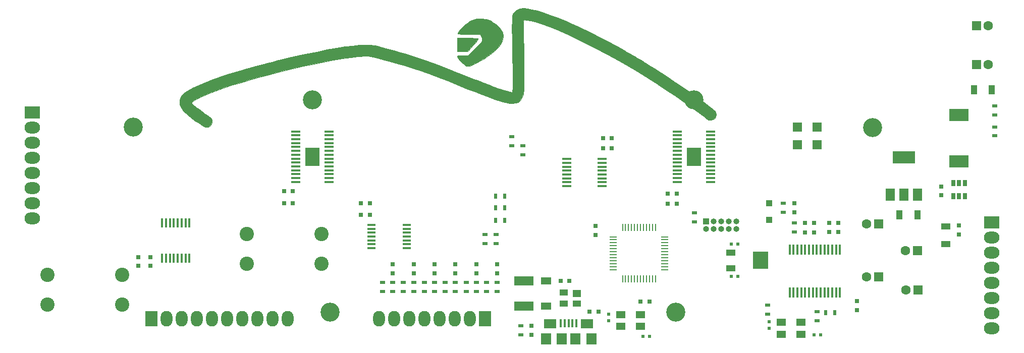
<source format=gbs>
G04 #@! TF.GenerationSoftware,KiCad,Pcbnew,(5.1.9)-1*
G04 #@! TF.CreationDate,2021-02-16T17:27:55-05:00*
G04 #@! TF.ProjectId,FSAE Main Panel,46534145-204d-4616-996e-2050616e656c,rev?*
G04 #@! TF.SameCoordinates,Original*
G04 #@! TF.FileFunction,Soldermask,Bot*
G04 #@! TF.FilePolarity,Negative*
%FSLAX46Y46*%
G04 Gerber Fmt 4.6, Leading zero omitted, Abs format (unit mm)*
G04 Created by KiCad (PCBNEW (5.1.9)-1) date 2021-02-16 17:27:55*
%MOMM*%
%LPD*%
G01*
G04 APERTURE LIST*
%ADD10C,0.010000*%
%ADD11R,1.800000X1.900000*%
%ADD12R,2.100000X1.600000*%
%ADD13R,0.400000X1.350000*%
%ADD14O,2.000000X2.600000*%
%ADD15R,2.000000X2.600000*%
%ADD16C,3.200000*%
%ADD17R,2.340000X3.040000*%
%ADD18R,1.600000X0.300000*%
%ADD19R,1.500000X1.500000*%
%ADD20R,0.600000X0.500000*%
%ADD21R,0.800000X0.750000*%
%ADD22R,0.750000X0.800000*%
%ADD23R,0.500000X0.600000*%
%ADD24C,1.600000*%
%ADD25R,1.600000X1.600000*%
%ADD26R,1.600000X1.000000*%
%ADD27R,1.000000X1.600000*%
%ADD28R,1.400000X1.000000*%
%ADD29R,1.400000X1.200000*%
%ADD30R,1.100000X1.100000*%
%ADD31R,3.200000X1.500000*%
%ADD32O,2.600000X2.000000*%
%ADD33R,2.600000X2.000000*%
%ADD34O,1.000000X1.000000*%
%ADD35R,1.000000X1.000000*%
%ADD36R,1.700000X1.250000*%
%ADD37R,0.900000X0.500000*%
%ADD38R,0.500000X0.900000*%
%ADD39C,2.400000*%
%ADD40R,0.250000X1.300000*%
%ADD41R,1.300000X0.250000*%
%ADD42R,1.450000X0.450000*%
%ADD43R,0.450000X1.500000*%
%ADD44R,3.800000X2.000000*%
%ADD45R,1.500000X2.000000*%
%ADD46R,0.450000X1.750000*%
%ADD47R,1.500000X0.450000*%
%ADD48R,2.540000X3.000000*%
%ADD49R,1.600000X1.300000*%
%ADD50R,3.200000X2.000000*%
%ADD51R,0.650000X1.060000*%
G04 APERTURE END LIST*
D10*
G36*
X179292143Y-70347142D02*
G01*
X180176607Y-70342163D01*
X181061071Y-70337183D01*
X181954837Y-69343253D01*
X182340085Y-68901520D01*
X182612691Y-68559423D01*
X182766168Y-68325661D01*
X182796791Y-68214304D01*
X182752534Y-68166309D01*
X182646469Y-68130851D01*
X182455514Y-68106178D01*
X182156586Y-68090538D01*
X181726603Y-68082177D01*
X181142482Y-68079344D01*
X181018561Y-68079285D01*
X179292143Y-68079285D01*
X179292143Y-70347142D01*
G37*
X179292143Y-70347142D02*
X180176607Y-70342163D01*
X181061071Y-70337183D01*
X181954837Y-69343253D01*
X182340085Y-68901520D01*
X182612691Y-68559423D01*
X182766168Y-68325661D01*
X182796791Y-68214304D01*
X182752534Y-68166309D01*
X182646469Y-68130851D01*
X182455514Y-68106178D01*
X182156586Y-68090538D01*
X181726603Y-68082177D01*
X181142482Y-68079344D01*
X181018561Y-68079285D01*
X179292143Y-68079285D01*
X179292143Y-70347142D01*
G36*
X182591293Y-64869593D02*
G01*
X181811527Y-65084423D01*
X181289184Y-65335973D01*
X180969513Y-65552952D01*
X180618022Y-65842527D01*
X180263297Y-66174599D01*
X179933928Y-66519069D01*
X179658504Y-66845836D01*
X179465613Y-67124802D01*
X179383844Y-67325867D01*
X179382857Y-67343046D01*
X179450615Y-67380956D01*
X179660437Y-67409499D01*
X180022141Y-67429210D01*
X180545547Y-67440627D01*
X181235916Y-67444285D01*
X183088975Y-67444285D01*
X183276987Y-67683305D01*
X183432600Y-68015750D01*
X183465000Y-68287830D01*
X183458360Y-68424927D01*
X183426780Y-68551924D01*
X183352766Y-68692050D01*
X183218825Y-68868534D01*
X183007465Y-69104604D01*
X182701192Y-69423489D01*
X182312874Y-69817740D01*
X181160749Y-70982142D01*
X180226446Y-70982142D01*
X179758892Y-70991311D01*
X179447058Y-71018073D01*
X179301726Y-71061313D01*
X179292143Y-71078820D01*
X179339873Y-71263665D01*
X179491929Y-71508876D01*
X179761605Y-71832789D01*
X180093649Y-72184107D01*
X180382221Y-72466553D01*
X180632179Y-72665051D01*
X180872434Y-72778940D01*
X181131901Y-72807561D01*
X181439492Y-72750254D01*
X181824121Y-72606359D01*
X182314701Y-72375217D01*
X182812533Y-72122064D01*
X183907506Y-71507923D01*
X184842792Y-70878243D01*
X185614538Y-70236943D01*
X186218892Y-69587941D01*
X186651999Y-68935156D01*
X186910007Y-68282505D01*
X186979937Y-67884223D01*
X186994025Y-67540642D01*
X186949777Y-67263319D01*
X186828642Y-66955916D01*
X186782718Y-66860106D01*
X186431695Y-66329145D01*
X185923064Y-65831190D01*
X185280255Y-65387336D01*
X184947807Y-65208058D01*
X184191599Y-64930286D01*
X183395373Y-64817839D01*
X182591293Y-64869593D01*
G37*
X182591293Y-64869593D02*
X181811527Y-65084423D01*
X181289184Y-65335973D01*
X180969513Y-65552952D01*
X180618022Y-65842527D01*
X180263297Y-66174599D01*
X179933928Y-66519069D01*
X179658504Y-66845836D01*
X179465613Y-67124802D01*
X179383844Y-67325867D01*
X179382857Y-67343046D01*
X179450615Y-67380956D01*
X179660437Y-67409499D01*
X180022141Y-67429210D01*
X180545547Y-67440627D01*
X181235916Y-67444285D01*
X183088975Y-67444285D01*
X183276987Y-67683305D01*
X183432600Y-68015750D01*
X183465000Y-68287830D01*
X183458360Y-68424927D01*
X183426780Y-68551924D01*
X183352766Y-68692050D01*
X183218825Y-68868534D01*
X183007465Y-69104604D01*
X182701192Y-69423489D01*
X182312874Y-69817740D01*
X181160749Y-70982142D01*
X180226446Y-70982142D01*
X179758892Y-70991311D01*
X179447058Y-71018073D01*
X179301726Y-71061313D01*
X179292143Y-71078820D01*
X179339873Y-71263665D01*
X179491929Y-71508876D01*
X179761605Y-71832789D01*
X180093649Y-72184107D01*
X180382221Y-72466553D01*
X180632179Y-72665051D01*
X180872434Y-72778940D01*
X181131901Y-72807561D01*
X181439492Y-72750254D01*
X181824121Y-72606359D01*
X182314701Y-72375217D01*
X182812533Y-72122064D01*
X183907506Y-71507923D01*
X184842792Y-70878243D01*
X185614538Y-70236943D01*
X186218892Y-69587941D01*
X186651999Y-68935156D01*
X186910007Y-68282505D01*
X186979937Y-67884223D01*
X186994025Y-67540642D01*
X186949777Y-67263319D01*
X186828642Y-66955916D01*
X186782718Y-66860106D01*
X186431695Y-66329145D01*
X185923064Y-65831190D01*
X185280255Y-65387336D01*
X184947807Y-65208058D01*
X184191599Y-64930286D01*
X183395373Y-64817839D01*
X182591293Y-64869593D01*
G36*
X189824449Y-63162361D02*
G01*
X189291580Y-63372920D01*
X188873710Y-63717153D01*
X188657133Y-64030626D01*
X188612222Y-64155934D01*
X188574964Y-64358073D01*
X188545259Y-64647080D01*
X188523011Y-65032996D01*
X188508122Y-65525859D01*
X188500495Y-66135707D01*
X188500033Y-66872580D01*
X188506638Y-67746516D01*
X188520213Y-68767553D01*
X188540660Y-69945732D01*
X188567882Y-71291090D01*
X188580889Y-71889285D01*
X188597239Y-72725139D01*
X188609070Y-73535292D01*
X188616306Y-74294692D01*
X188618870Y-74978289D01*
X188616685Y-75561031D01*
X188609676Y-76017867D01*
X188597765Y-76323745D01*
X188594578Y-76367120D01*
X188527021Y-77171027D01*
X188150475Y-77111942D01*
X187871649Y-77058611D01*
X187542435Y-76976376D01*
X187149062Y-76860320D01*
X186677760Y-76705525D01*
X186114759Y-76507074D01*
X185446289Y-76260049D01*
X184658580Y-75959532D01*
X183737862Y-75600606D01*
X182670364Y-75178354D01*
X182104285Y-74952734D01*
X180417604Y-74282306D01*
X178879131Y-73678039D01*
X177470740Y-73133643D01*
X176174306Y-72642829D01*
X174971700Y-72199308D01*
X173844799Y-71796789D01*
X172775474Y-71428983D01*
X171745600Y-71089601D01*
X170737051Y-70772353D01*
X169731699Y-70470950D01*
X168711420Y-70179102D01*
X167658086Y-69890519D01*
X167045714Y-69727650D01*
X166410675Y-69561029D01*
X165915534Y-69435120D01*
X165524763Y-69344363D01*
X165202830Y-69283201D01*
X164914206Y-69246075D01*
X164623361Y-69227427D01*
X164294763Y-69221698D01*
X163892884Y-69223330D01*
X163825357Y-69223857D01*
X162901336Y-69261375D01*
X161808360Y-69360769D01*
X160546198Y-69522076D01*
X159114621Y-69745334D01*
X157513399Y-70030579D01*
X155742300Y-70377849D01*
X153801096Y-70787183D01*
X152667500Y-71037294D01*
X151871737Y-71216577D01*
X151135739Y-71385342D01*
X150434108Y-71549975D01*
X149741449Y-71716863D01*
X149032364Y-71892393D01*
X148281457Y-72082951D01*
X147463333Y-72294924D01*
X146552593Y-72534699D01*
X145523842Y-72808662D01*
X144351683Y-73123200D01*
X144049643Y-73204510D01*
X142917450Y-73523282D01*
X141735755Y-73881337D01*
X140535716Y-74267716D01*
X139348492Y-74671460D01*
X138205242Y-75081608D01*
X137137123Y-75487202D01*
X136175296Y-75877282D01*
X135350917Y-76240889D01*
X135158967Y-76331647D01*
X134337738Y-76763500D01*
X133691047Y-77187225D01*
X133212570Y-77609019D01*
X132895983Y-78035081D01*
X132734961Y-78471610D01*
X132710357Y-78731567D01*
X132783085Y-79236655D01*
X133004722Y-79754439D01*
X133380445Y-80290958D01*
X133915430Y-80852248D01*
X134614857Y-81444344D01*
X135483902Y-82073283D01*
X135702158Y-82219705D01*
X136188930Y-82537885D01*
X136555391Y-82764989D01*
X136829028Y-82915164D01*
X137037326Y-83002559D01*
X137207774Y-83041322D01*
X137309637Y-83047142D01*
X137615395Y-83003841D01*
X137866173Y-82845847D01*
X137933406Y-82781978D01*
X138117512Y-82550658D01*
X138189837Y-82296725D01*
X138196554Y-82124299D01*
X138152990Y-81791242D01*
X138041835Y-81543399D01*
X138037804Y-81538326D01*
X137905948Y-81418348D01*
X137654469Y-81225132D01*
X137316662Y-80983071D01*
X136925820Y-80716563D01*
X136826485Y-80650791D01*
X136381055Y-80347076D01*
X135936614Y-80025787D01*
X135543207Y-79724186D01*
X135250876Y-79479538D01*
X135238985Y-79468714D01*
X134971384Y-79214455D01*
X134823128Y-79042769D01*
X134772872Y-78921671D01*
X134799273Y-78819178D01*
X134802143Y-78814106D01*
X134939122Y-78686320D01*
X135220963Y-78506162D01*
X135622884Y-78285590D01*
X136120106Y-78036560D01*
X136687847Y-77771028D01*
X137301329Y-77500952D01*
X137935771Y-77238288D01*
X138566392Y-76994994D01*
X138591331Y-76985781D01*
X139926347Y-76513631D01*
X141389889Y-76032525D01*
X142961202Y-75547389D01*
X144619534Y-75063150D01*
X146344130Y-74584733D01*
X148114235Y-74117065D01*
X149909095Y-73665073D01*
X151707957Y-73233683D01*
X153490066Y-72827821D01*
X155234668Y-72452414D01*
X156921008Y-72112388D01*
X158528334Y-71812669D01*
X160035890Y-71558185D01*
X161422923Y-71353861D01*
X162668678Y-71204623D01*
X163131498Y-71160700D01*
X163522316Y-71128594D01*
X163850812Y-71109774D01*
X164147312Y-71108383D01*
X164442140Y-71128565D01*
X164765622Y-71174464D01*
X165148085Y-71250223D01*
X165619852Y-71359985D01*
X166211250Y-71507895D01*
X166825976Y-71665504D01*
X168035648Y-71987699D01*
X169252532Y-72334605D01*
X170494194Y-72712334D01*
X171778205Y-73126999D01*
X173122133Y-73584710D01*
X174543547Y-74091580D01*
X176060015Y-74653722D01*
X177689105Y-75277246D01*
X179448387Y-75968265D01*
X181128955Y-76641389D01*
X182345764Y-77129940D01*
X183410054Y-77550966D01*
X184335800Y-77909026D01*
X185136976Y-78208682D01*
X185827557Y-78454493D01*
X186421516Y-78651020D01*
X186932828Y-78802823D01*
X187375467Y-78914463D01*
X187763408Y-78990500D01*
X188110625Y-79035494D01*
X188431092Y-79054006D01*
X188525235Y-79055078D01*
X189103072Y-79004705D01*
X189562836Y-78843212D01*
X189918066Y-78557183D01*
X190182300Y-78133204D01*
X190369077Y-77557858D01*
X190447064Y-77150714D01*
X190477467Y-76848560D01*
X190501448Y-76384866D01*
X190519013Y-75779408D01*
X190530165Y-75051960D01*
X190534910Y-74222298D01*
X190533251Y-73310197D01*
X190525193Y-72335432D01*
X190510741Y-71317778D01*
X190489899Y-70277010D01*
X190462672Y-69232903D01*
X190445127Y-68668928D01*
X190423719Y-67950048D01*
X190407840Y-67270356D01*
X190397774Y-66656367D01*
X190393807Y-66134596D01*
X190396223Y-65731559D01*
X190405306Y-65473769D01*
X190410254Y-65421697D01*
X190468179Y-64986609D01*
X190889982Y-65047304D01*
X191674962Y-65200267D01*
X192597646Y-65450546D01*
X193646231Y-65792671D01*
X194808916Y-66221172D01*
X196073900Y-66730581D01*
X197429383Y-67315427D01*
X198863562Y-67970241D01*
X200364637Y-68689554D01*
X201920806Y-69467895D01*
X203520268Y-70299795D01*
X205151222Y-71179784D01*
X206801867Y-72102394D01*
X208460401Y-73062153D01*
X209439427Y-73644565D01*
X211062683Y-74638177D01*
X212698346Y-75673671D01*
X214319291Y-76732627D01*
X215898393Y-77796624D01*
X217408527Y-78847242D01*
X218822568Y-79866061D01*
X220113391Y-80834660D01*
X220703214Y-81293657D01*
X221050334Y-81560380D01*
X221301796Y-81729700D01*
X221499146Y-81822920D01*
X221683931Y-81861343D01*
X221821442Y-81867037D01*
X222226936Y-81790829D01*
X222528543Y-81574191D01*
X222705570Y-81237923D01*
X222744285Y-80939440D01*
X222691579Y-80564353D01*
X222564722Y-80348614D01*
X222432530Y-80228905D01*
X222184416Y-80023374D01*
X221849726Y-79754885D01*
X221457809Y-79446302D01*
X221038012Y-79120489D01*
X220619683Y-78800312D01*
X220232171Y-78508633D01*
X219904823Y-78268318D01*
X219785752Y-78183578D01*
X219595193Y-78049249D01*
X219286858Y-77831142D01*
X218890852Y-77550585D01*
X218437279Y-77228909D01*
X217956244Y-76887441D01*
X217926109Y-76866039D01*
X216892885Y-76144915D01*
X215751069Y-75370323D01*
X214551367Y-74575629D01*
X213344489Y-73794200D01*
X212181139Y-73059403D01*
X211541071Y-72664528D01*
X211066566Y-72374314D01*
X210631861Y-72107614D01*
X210266170Y-71882417D01*
X209998704Y-71716707D01*
X209862857Y-71631193D01*
X209609132Y-71475716D01*
X209415465Y-71366068D01*
X209257182Y-71277414D01*
X208984134Y-71120788D01*
X208637863Y-70920335D01*
X208259908Y-70700199D01*
X207891811Y-70484523D01*
X207575112Y-70297451D01*
X207504285Y-70255266D01*
X207066478Y-70003019D01*
X206490775Y-69685296D01*
X205802800Y-69315222D01*
X205028177Y-68905918D01*
X204192530Y-68470508D01*
X203321482Y-68022116D01*
X202440657Y-67573865D01*
X201575679Y-67138877D01*
X200752171Y-66730276D01*
X199995758Y-66361185D01*
X199332062Y-66044727D01*
X198841071Y-65818410D01*
X197447561Y-65208980D01*
X196131048Y-64669033D01*
X194902613Y-64202175D01*
X193773337Y-63812015D01*
X192754302Y-63502160D01*
X191856587Y-63276218D01*
X191091276Y-63137797D01*
X190469447Y-63090505D01*
X190462657Y-63090505D01*
X189824449Y-63162361D01*
G37*
X189824449Y-63162361D02*
X189291580Y-63372920D01*
X188873710Y-63717153D01*
X188657133Y-64030626D01*
X188612222Y-64155934D01*
X188574964Y-64358073D01*
X188545259Y-64647080D01*
X188523011Y-65032996D01*
X188508122Y-65525859D01*
X188500495Y-66135707D01*
X188500033Y-66872580D01*
X188506638Y-67746516D01*
X188520213Y-68767553D01*
X188540660Y-69945732D01*
X188567882Y-71291090D01*
X188580889Y-71889285D01*
X188597239Y-72725139D01*
X188609070Y-73535292D01*
X188616306Y-74294692D01*
X188618870Y-74978289D01*
X188616685Y-75561031D01*
X188609676Y-76017867D01*
X188597765Y-76323745D01*
X188594578Y-76367120D01*
X188527021Y-77171027D01*
X188150475Y-77111942D01*
X187871649Y-77058611D01*
X187542435Y-76976376D01*
X187149062Y-76860320D01*
X186677760Y-76705525D01*
X186114759Y-76507074D01*
X185446289Y-76260049D01*
X184658580Y-75959532D01*
X183737862Y-75600606D01*
X182670364Y-75178354D01*
X182104285Y-74952734D01*
X180417604Y-74282306D01*
X178879131Y-73678039D01*
X177470740Y-73133643D01*
X176174306Y-72642829D01*
X174971700Y-72199308D01*
X173844799Y-71796789D01*
X172775474Y-71428983D01*
X171745600Y-71089601D01*
X170737051Y-70772353D01*
X169731699Y-70470950D01*
X168711420Y-70179102D01*
X167658086Y-69890519D01*
X167045714Y-69727650D01*
X166410675Y-69561029D01*
X165915534Y-69435120D01*
X165524763Y-69344363D01*
X165202830Y-69283201D01*
X164914206Y-69246075D01*
X164623361Y-69227427D01*
X164294763Y-69221698D01*
X163892884Y-69223330D01*
X163825357Y-69223857D01*
X162901336Y-69261375D01*
X161808360Y-69360769D01*
X160546198Y-69522076D01*
X159114621Y-69745334D01*
X157513399Y-70030579D01*
X155742300Y-70377849D01*
X153801096Y-70787183D01*
X152667500Y-71037294D01*
X151871737Y-71216577D01*
X151135739Y-71385342D01*
X150434108Y-71549975D01*
X149741449Y-71716863D01*
X149032364Y-71892393D01*
X148281457Y-72082951D01*
X147463333Y-72294924D01*
X146552593Y-72534699D01*
X145523842Y-72808662D01*
X144351683Y-73123200D01*
X144049643Y-73204510D01*
X142917450Y-73523282D01*
X141735755Y-73881337D01*
X140535716Y-74267716D01*
X139348492Y-74671460D01*
X138205242Y-75081608D01*
X137137123Y-75487202D01*
X136175296Y-75877282D01*
X135350917Y-76240889D01*
X135158967Y-76331647D01*
X134337738Y-76763500D01*
X133691047Y-77187225D01*
X133212570Y-77609019D01*
X132895983Y-78035081D01*
X132734961Y-78471610D01*
X132710357Y-78731567D01*
X132783085Y-79236655D01*
X133004722Y-79754439D01*
X133380445Y-80290958D01*
X133915430Y-80852248D01*
X134614857Y-81444344D01*
X135483902Y-82073283D01*
X135702158Y-82219705D01*
X136188930Y-82537885D01*
X136555391Y-82764989D01*
X136829028Y-82915164D01*
X137037326Y-83002559D01*
X137207774Y-83041322D01*
X137309637Y-83047142D01*
X137615395Y-83003841D01*
X137866173Y-82845847D01*
X137933406Y-82781978D01*
X138117512Y-82550658D01*
X138189837Y-82296725D01*
X138196554Y-82124299D01*
X138152990Y-81791242D01*
X138041835Y-81543399D01*
X138037804Y-81538326D01*
X137905948Y-81418348D01*
X137654469Y-81225132D01*
X137316662Y-80983071D01*
X136925820Y-80716563D01*
X136826485Y-80650791D01*
X136381055Y-80347076D01*
X135936614Y-80025787D01*
X135543207Y-79724186D01*
X135250876Y-79479538D01*
X135238985Y-79468714D01*
X134971384Y-79214455D01*
X134823128Y-79042769D01*
X134772872Y-78921671D01*
X134799273Y-78819178D01*
X134802143Y-78814106D01*
X134939122Y-78686320D01*
X135220963Y-78506162D01*
X135622884Y-78285590D01*
X136120106Y-78036560D01*
X136687847Y-77771028D01*
X137301329Y-77500952D01*
X137935771Y-77238288D01*
X138566392Y-76994994D01*
X138591331Y-76985781D01*
X139926347Y-76513631D01*
X141389889Y-76032525D01*
X142961202Y-75547389D01*
X144619534Y-75063150D01*
X146344130Y-74584733D01*
X148114235Y-74117065D01*
X149909095Y-73665073D01*
X151707957Y-73233683D01*
X153490066Y-72827821D01*
X155234668Y-72452414D01*
X156921008Y-72112388D01*
X158528334Y-71812669D01*
X160035890Y-71558185D01*
X161422923Y-71353861D01*
X162668678Y-71204623D01*
X163131498Y-71160700D01*
X163522316Y-71128594D01*
X163850812Y-71109774D01*
X164147312Y-71108383D01*
X164442140Y-71128565D01*
X164765622Y-71174464D01*
X165148085Y-71250223D01*
X165619852Y-71359985D01*
X166211250Y-71507895D01*
X166825976Y-71665504D01*
X168035648Y-71987699D01*
X169252532Y-72334605D01*
X170494194Y-72712334D01*
X171778205Y-73126999D01*
X173122133Y-73584710D01*
X174543547Y-74091580D01*
X176060015Y-74653722D01*
X177689105Y-75277246D01*
X179448387Y-75968265D01*
X181128955Y-76641389D01*
X182345764Y-77129940D01*
X183410054Y-77550966D01*
X184335800Y-77909026D01*
X185136976Y-78208682D01*
X185827557Y-78454493D01*
X186421516Y-78651020D01*
X186932828Y-78802823D01*
X187375467Y-78914463D01*
X187763408Y-78990500D01*
X188110625Y-79035494D01*
X188431092Y-79054006D01*
X188525235Y-79055078D01*
X189103072Y-79004705D01*
X189562836Y-78843212D01*
X189918066Y-78557183D01*
X190182300Y-78133204D01*
X190369077Y-77557858D01*
X190447064Y-77150714D01*
X190477467Y-76848560D01*
X190501448Y-76384866D01*
X190519013Y-75779408D01*
X190530165Y-75051960D01*
X190534910Y-74222298D01*
X190533251Y-73310197D01*
X190525193Y-72335432D01*
X190510741Y-71317778D01*
X190489899Y-70277010D01*
X190462672Y-69232903D01*
X190445127Y-68668928D01*
X190423719Y-67950048D01*
X190407840Y-67270356D01*
X190397774Y-66656367D01*
X190393807Y-66134596D01*
X190396223Y-65731559D01*
X190405306Y-65473769D01*
X190410254Y-65421697D01*
X190468179Y-64986609D01*
X190889982Y-65047304D01*
X191674962Y-65200267D01*
X192597646Y-65450546D01*
X193646231Y-65792671D01*
X194808916Y-66221172D01*
X196073900Y-66730581D01*
X197429383Y-67315427D01*
X198863562Y-67970241D01*
X200364637Y-68689554D01*
X201920806Y-69467895D01*
X203520268Y-70299795D01*
X205151222Y-71179784D01*
X206801867Y-72102394D01*
X208460401Y-73062153D01*
X209439427Y-73644565D01*
X211062683Y-74638177D01*
X212698346Y-75673671D01*
X214319291Y-76732627D01*
X215898393Y-77796624D01*
X217408527Y-78847242D01*
X218822568Y-79866061D01*
X220113391Y-80834660D01*
X220703214Y-81293657D01*
X221050334Y-81560380D01*
X221301796Y-81729700D01*
X221499146Y-81822920D01*
X221683931Y-81861343D01*
X221821442Y-81867037D01*
X222226936Y-81790829D01*
X222528543Y-81574191D01*
X222705570Y-81237923D01*
X222744285Y-80939440D01*
X222691579Y-80564353D01*
X222564722Y-80348614D01*
X222432530Y-80228905D01*
X222184416Y-80023374D01*
X221849726Y-79754885D01*
X221457809Y-79446302D01*
X221038012Y-79120489D01*
X220619683Y-78800312D01*
X220232171Y-78508633D01*
X219904823Y-78268318D01*
X219785752Y-78183578D01*
X219595193Y-78049249D01*
X219286858Y-77831142D01*
X218890852Y-77550585D01*
X218437279Y-77228909D01*
X217956244Y-76887441D01*
X217926109Y-76866039D01*
X216892885Y-76144915D01*
X215751069Y-75370323D01*
X214551367Y-74575629D01*
X213344489Y-73794200D01*
X212181139Y-73059403D01*
X211541071Y-72664528D01*
X211066566Y-72374314D01*
X210631861Y-72107614D01*
X210266170Y-71882417D01*
X209998704Y-71716707D01*
X209862857Y-71631193D01*
X209609132Y-71475716D01*
X209415465Y-71366068D01*
X209257182Y-71277414D01*
X208984134Y-71120788D01*
X208637863Y-70920335D01*
X208259908Y-70700199D01*
X207891811Y-70484523D01*
X207575112Y-70297451D01*
X207504285Y-70255266D01*
X207066478Y-70003019D01*
X206490775Y-69685296D01*
X205802800Y-69315222D01*
X205028177Y-68905918D01*
X204192530Y-68470508D01*
X203321482Y-68022116D01*
X202440657Y-67573865D01*
X201575679Y-67138877D01*
X200752171Y-66730276D01*
X199995758Y-66361185D01*
X199332062Y-66044727D01*
X198841071Y-65818410D01*
X197447561Y-65208980D01*
X196131048Y-64669033D01*
X194902613Y-64202175D01*
X193773337Y-63812015D01*
X192754302Y-63502160D01*
X191856587Y-63276218D01*
X191091276Y-63137797D01*
X190469447Y-63090505D01*
X190462657Y-63090505D01*
X189824449Y-63162361D01*
D11*
X196850000Y-118600000D03*
X194200000Y-118600000D03*
X199150000Y-118600000D03*
X201800000Y-118600000D03*
D12*
X201100000Y-116050000D03*
X194900000Y-116050000D03*
D13*
X196700000Y-115925000D03*
X197350000Y-115925000D03*
X198000000Y-115925000D03*
X198650000Y-115925000D03*
X199300000Y-115925000D03*
D14*
X166220000Y-115200000D03*
X168760000Y-115200000D03*
X171300000Y-115200000D03*
X173840000Y-115200000D03*
X176380000Y-115200000D03*
X178920000Y-115200000D03*
X181460000Y-115200000D03*
D15*
X184000000Y-115200000D03*
D16*
X158000000Y-114100000D03*
X216000000Y-114100000D03*
X249000000Y-83100000D03*
X125000000Y-83000000D03*
X219000000Y-78500000D03*
X155000000Y-78500000D03*
D17*
X219000000Y-88000000D03*
D18*
X221800000Y-92225000D03*
X221800000Y-91575000D03*
X221800000Y-90925000D03*
X221800000Y-90275000D03*
X221800000Y-89625000D03*
X221800000Y-88975000D03*
X221800000Y-88325000D03*
X221800000Y-87675000D03*
X221800000Y-87025000D03*
X221800000Y-86375000D03*
X221800000Y-85725000D03*
X221800000Y-85075000D03*
X221800000Y-84425000D03*
X221800000Y-83775000D03*
X216200000Y-83775000D03*
X216200000Y-84425000D03*
X216200000Y-85075000D03*
X216200000Y-85725000D03*
X216200000Y-86375000D03*
X216200000Y-87025000D03*
X216200000Y-87675000D03*
X216200000Y-88325000D03*
X216200000Y-88975000D03*
X216200000Y-89625000D03*
X216200000Y-90275000D03*
X216200000Y-90925000D03*
X216200000Y-91575000D03*
X216200000Y-92225000D03*
D19*
X236350000Y-83000000D03*
X239650000Y-83000000D03*
X236350000Y-86000000D03*
X239650000Y-86000000D03*
D20*
X226350000Y-108100000D03*
X225250000Y-108100000D03*
X225250000Y-102700000D03*
X226350000Y-102700000D03*
D21*
X211550000Y-112300000D03*
X210050000Y-112300000D03*
D22*
X202500000Y-99650000D03*
X202500000Y-101150000D03*
D23*
X204700000Y-115550000D03*
X204700000Y-114450000D03*
D20*
X210450000Y-118200000D03*
X211550000Y-118200000D03*
D21*
X201510000Y-114030000D03*
X203010000Y-114030000D03*
X196650000Y-108870000D03*
X198150000Y-108870000D03*
D22*
X186000000Y-107550000D03*
X186000000Y-106050000D03*
X182500000Y-107550000D03*
X182500000Y-106050000D03*
X179000000Y-106050000D03*
X179000000Y-107550000D03*
X175500000Y-107550000D03*
X175500000Y-106050000D03*
X172000000Y-106050000D03*
X172000000Y-107550000D03*
X168500000Y-107550000D03*
X168500000Y-106050000D03*
D21*
X163150000Y-97800000D03*
X164650000Y-97800000D03*
X164650000Y-95800000D03*
X163150000Y-95800000D03*
D22*
X191800000Y-117900000D03*
X191800000Y-116400000D03*
X127800000Y-104850000D03*
X127800000Y-106350000D03*
X125800000Y-104850000D03*
X125800000Y-106350000D03*
D24*
X254600000Y-110400000D03*
D25*
X256600000Y-110400000D03*
D26*
X261300000Y-102700000D03*
X261300000Y-99700000D03*
D22*
X263500000Y-99550000D03*
X263500000Y-101050000D03*
X260500000Y-94500000D03*
X260500000Y-93000000D03*
D27*
X266000000Y-76750000D03*
X269000000Y-76750000D03*
D24*
X268400000Y-72500000D03*
D25*
X266400000Y-72500000D03*
X266400000Y-66000000D03*
D24*
X268400000Y-66000000D03*
X254500000Y-103750000D03*
D25*
X256500000Y-103750000D03*
D27*
X256500000Y-97750000D03*
X253500000Y-97750000D03*
D25*
X250000000Y-99250000D03*
D24*
X248000000Y-99250000D03*
D25*
X250000000Y-108200000D03*
D24*
X248000000Y-108200000D03*
D21*
X239150000Y-99100000D03*
X237650000Y-99100000D03*
X237650000Y-100700000D03*
X239150000Y-100700000D03*
D22*
X246400000Y-113750000D03*
X246400000Y-112250000D03*
D21*
X241750000Y-99100000D03*
X243250000Y-99100000D03*
X241750000Y-100600000D03*
X243250000Y-100600000D03*
D22*
X235900000Y-97350000D03*
X235900000Y-95850000D03*
D23*
X231600000Y-116850000D03*
X231600000Y-115750000D03*
D20*
X239150000Y-117900000D03*
X240250000Y-117900000D03*
D21*
X205250000Y-84900000D03*
X203750000Y-84900000D03*
X205250000Y-86600000D03*
X203750000Y-86600000D03*
X150250000Y-93800000D03*
X151750000Y-93800000D03*
X214650000Y-94200000D03*
X216150000Y-94200000D03*
X150250000Y-95800000D03*
X151750000Y-95800000D03*
X216150000Y-95900000D03*
X214650000Y-95900000D03*
D28*
X197200000Y-110800000D03*
X197200000Y-112700000D03*
X199400000Y-112700000D03*
D29*
X199400000Y-110980000D03*
D30*
X231610000Y-98650000D03*
X231610000Y-95850000D03*
D31*
X190500000Y-113070000D03*
X190500000Y-108870000D03*
D32*
X269000000Y-116780000D03*
X269000000Y-114240000D03*
X269000000Y-111700000D03*
X269000000Y-109160000D03*
X269000000Y-106620000D03*
X269000000Y-104080000D03*
X269000000Y-101540000D03*
D33*
X269000000Y-99000000D03*
X108000000Y-80600000D03*
D32*
X108000000Y-83140000D03*
X108000000Y-85680000D03*
X108000000Y-88220000D03*
X108000000Y-90760000D03*
X108000000Y-93300000D03*
X108000000Y-95840000D03*
X108000000Y-98380000D03*
D14*
X150860000Y-115200000D03*
X148320000Y-115200000D03*
X145780000Y-115200000D03*
X143240000Y-115200000D03*
X140700000Y-115200000D03*
X138160000Y-115200000D03*
X135620000Y-115200000D03*
X133080000Y-115200000D03*
X130540000Y-115200000D03*
D15*
X128000000Y-115200000D03*
D34*
X226180000Y-100170000D03*
X226180000Y-98900000D03*
X224910000Y-100170000D03*
X224910000Y-98900000D03*
X223640000Y-100170000D03*
X223640000Y-98900000D03*
X222370000Y-100170000D03*
X222370000Y-98900000D03*
X221100000Y-100170000D03*
D35*
X221100000Y-98900000D03*
D36*
X194210000Y-108870000D03*
X194210000Y-113130000D03*
D37*
X184200000Y-109150000D03*
X184200000Y-110650000D03*
X186000000Y-109150000D03*
X186000000Y-110650000D03*
X180800000Y-110650000D03*
X180800000Y-109150000D03*
X182500000Y-109150000D03*
X182500000Y-110650000D03*
X177300000Y-110650000D03*
X177300000Y-109150000D03*
X179000000Y-109150000D03*
X179000000Y-110650000D03*
X173800000Y-110650000D03*
X173800000Y-109150000D03*
X175500000Y-109150000D03*
X175500000Y-110650000D03*
X170300000Y-110650000D03*
X170300000Y-109150000D03*
X172000000Y-110650000D03*
X172000000Y-109150000D03*
X166800000Y-110650000D03*
X166800000Y-109150000D03*
X168500000Y-109150000D03*
X168500000Y-110650000D03*
X190000000Y-116400000D03*
X190000000Y-117900000D03*
X219100000Y-98950000D03*
X219100000Y-97450000D03*
X269500000Y-81000000D03*
X269500000Y-79500000D03*
X269500000Y-84500000D03*
X269500000Y-83000000D03*
D38*
X242650000Y-114200000D03*
X241150000Y-114200000D03*
D37*
X235900000Y-100650000D03*
X235900000Y-99150000D03*
X234000000Y-95850000D03*
X234000000Y-97350000D03*
X239700000Y-114050000D03*
X239700000Y-115550000D03*
X231400000Y-112950000D03*
X231400000Y-114450000D03*
X188500000Y-86150000D03*
X188500000Y-84650000D03*
X190300000Y-86150000D03*
X190300000Y-87650000D03*
X184000000Y-102550000D03*
X184000000Y-101050000D03*
X185800000Y-101050000D03*
X185800000Y-102550000D03*
D38*
X185750000Y-98700000D03*
X187250000Y-98700000D03*
X187250000Y-96600000D03*
X185750000Y-96600000D03*
X185750000Y-94600000D03*
X187250000Y-94600000D03*
D39*
X156500000Y-101000000D03*
X144000000Y-101000000D03*
X156500000Y-106000000D03*
X144000000Y-106000000D03*
X110600000Y-112800000D03*
X123100000Y-112800000D03*
X110600000Y-107800000D03*
X123100000Y-107800000D03*
D40*
X212550000Y-99850000D03*
X212050000Y-99850000D03*
X211550000Y-99850000D03*
X211050000Y-99850000D03*
X210550000Y-99850000D03*
X210050000Y-99850000D03*
X209550000Y-99850000D03*
X209050000Y-99850000D03*
X208550000Y-99850000D03*
X208050000Y-99850000D03*
X207550000Y-99850000D03*
X207050000Y-99850000D03*
D41*
X205450000Y-101450000D03*
X205450000Y-101950000D03*
X205450000Y-102450000D03*
X205450000Y-102950000D03*
X205450000Y-103450000D03*
X205450000Y-103950000D03*
X205450000Y-104450000D03*
X205450000Y-104950000D03*
X205450000Y-105450000D03*
X205450000Y-105950000D03*
X205450000Y-106450000D03*
X205450000Y-106950000D03*
D40*
X207050000Y-108550000D03*
X207550000Y-108550000D03*
X208050000Y-108550000D03*
X208550000Y-108550000D03*
X209050000Y-108550000D03*
X209550000Y-108550000D03*
X210050000Y-108550000D03*
X210550000Y-108550000D03*
X211050000Y-108550000D03*
X211550000Y-108550000D03*
X212050000Y-108550000D03*
X212550000Y-108550000D03*
D41*
X214150000Y-106950000D03*
X214150000Y-106450000D03*
X214150000Y-105950000D03*
X214150000Y-105450000D03*
X214150000Y-104950000D03*
X214150000Y-104450000D03*
X214150000Y-103950000D03*
X214150000Y-103450000D03*
X214150000Y-102950000D03*
X214150000Y-102450000D03*
X214150000Y-101950000D03*
X214150000Y-101450000D03*
D42*
X164950000Y-99450000D03*
X164950000Y-100100000D03*
X164950000Y-100750000D03*
X164950000Y-101400000D03*
X164950000Y-102050000D03*
X164950000Y-102700000D03*
X164950000Y-103350000D03*
X170850000Y-103350000D03*
X170850000Y-102700000D03*
X170850000Y-102050000D03*
X170850000Y-101400000D03*
X170850000Y-100750000D03*
X170850000Y-100100000D03*
X170850000Y-99450000D03*
D43*
X129825000Y-105050000D03*
X130475000Y-105050000D03*
X131125000Y-105050000D03*
X131775000Y-105050000D03*
X132425000Y-105050000D03*
X133075000Y-105050000D03*
X133725000Y-105050000D03*
X134375000Y-105050000D03*
X134375000Y-99150000D03*
X133725000Y-99150000D03*
X133075000Y-99150000D03*
X132425000Y-99150000D03*
X131775000Y-99150000D03*
X131125000Y-99150000D03*
X130475000Y-99150000D03*
X129825000Y-99150000D03*
D44*
X254250000Y-88100000D03*
D45*
X254250000Y-94400000D03*
X251950000Y-94400000D03*
X256550000Y-94400000D03*
D46*
X243525000Y-110800000D03*
X242875000Y-110800000D03*
X242225000Y-110800000D03*
X241575000Y-110800000D03*
X240925000Y-110800000D03*
X240275000Y-110800000D03*
X239625000Y-110800000D03*
X238975000Y-110800000D03*
X238325000Y-110800000D03*
X237675000Y-110800000D03*
X237025000Y-110800000D03*
X236375000Y-110800000D03*
X235725000Y-110800000D03*
X235075000Y-110800000D03*
X235075000Y-103600000D03*
X235725000Y-103600000D03*
X236375000Y-103600000D03*
X237025000Y-103600000D03*
X237675000Y-103600000D03*
X238325000Y-103600000D03*
X238975000Y-103600000D03*
X239625000Y-103600000D03*
X240275000Y-103600000D03*
X240925000Y-103600000D03*
X241575000Y-103600000D03*
X242225000Y-103600000D03*
X242875000Y-103600000D03*
X243525000Y-103600000D03*
D47*
X203600000Y-88400000D03*
X203600000Y-89050000D03*
X203600000Y-89700000D03*
X203600000Y-90350000D03*
X203600000Y-91000000D03*
X203600000Y-91650000D03*
X203600000Y-92300000D03*
X203600000Y-92950000D03*
X197700000Y-92950000D03*
X197700000Y-92300000D03*
X197700000Y-91650000D03*
X197700000Y-91000000D03*
X197700000Y-90350000D03*
X197700000Y-89700000D03*
X197700000Y-89050000D03*
X197700000Y-88400000D03*
D18*
X152200000Y-92225000D03*
X152200000Y-91575000D03*
X152200000Y-90925000D03*
X152200000Y-90275000D03*
X152200000Y-89625000D03*
X152200000Y-88975000D03*
X152200000Y-88325000D03*
X152200000Y-87675000D03*
X152200000Y-87025000D03*
X152200000Y-86375000D03*
X152200000Y-85725000D03*
X152200000Y-85075000D03*
X152200000Y-84425000D03*
X152200000Y-83775000D03*
X157800000Y-83775000D03*
X157800000Y-84425000D03*
X157800000Y-85075000D03*
X157800000Y-85725000D03*
X157800000Y-86375000D03*
X157800000Y-87025000D03*
X157800000Y-87675000D03*
X157800000Y-88325000D03*
X157800000Y-88975000D03*
X157800000Y-89625000D03*
X157800000Y-90275000D03*
X157800000Y-90925000D03*
X157800000Y-91575000D03*
X157800000Y-92225000D03*
D17*
X155000000Y-88000000D03*
D48*
X230200000Y-105400000D03*
D26*
X225200000Y-104100000D03*
X225200000Y-106700000D03*
D49*
X210050000Y-116500000D03*
X206750000Y-116500000D03*
X206750000Y-114500000D03*
X210050000Y-114500000D03*
X237000000Y-115800000D03*
X233700000Y-115800000D03*
X233700000Y-117800000D03*
X237000000Y-117800000D03*
D50*
X263500000Y-88800000D03*
X263500000Y-81000000D03*
D51*
X263500000Y-94600000D03*
X262550000Y-94600000D03*
X264450000Y-94600000D03*
X264450000Y-92400000D03*
X263500000Y-92400000D03*
X262550000Y-92400000D03*
M02*

</source>
